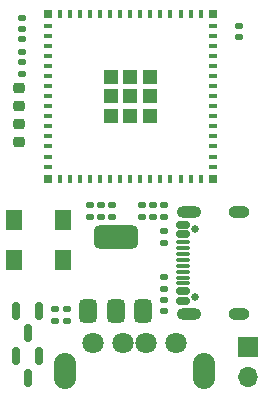
<source format=gbr>
%TF.GenerationSoftware,KiCad,Pcbnew,8.0.6*%
%TF.CreationDate,2024-12-05T18:18:12-05:00*%
%TF.ProjectId,wyt-dongle,7779742d-646f-46e6-976c-652e6b696361,rev?*%
%TF.SameCoordinates,Original*%
%TF.FileFunction,Soldermask,Top*%
%TF.FilePolarity,Negative*%
%FSLAX46Y46*%
G04 Gerber Fmt 4.6, Leading zero omitted, Abs format (unit mm)*
G04 Created by KiCad (PCBNEW 8.0.6) date 2024-12-05 18:18:12*
%MOMM*%
%LPD*%
G01*
G04 APERTURE LIST*
G04 Aperture macros list*
%AMRoundRect*
0 Rectangle with rounded corners*
0 $1 Rounding radius*
0 $2 $3 $4 $5 $6 $7 $8 $9 X,Y pos of 4 corners*
0 Add a 4 corners polygon primitive as box body*
4,1,4,$2,$3,$4,$5,$6,$7,$8,$9,$2,$3,0*
0 Add four circle primitives for the rounded corners*
1,1,$1+$1,$2,$3*
1,1,$1+$1,$4,$5*
1,1,$1+$1,$6,$7*
1,1,$1+$1,$8,$9*
0 Add four rect primitives between the rounded corners*
20,1,$1+$1,$2,$3,$4,$5,0*
20,1,$1+$1,$4,$5,$6,$7,0*
20,1,$1+$1,$6,$7,$8,$9,0*
20,1,$1+$1,$8,$9,$2,$3,0*%
G04 Aperture macros list end*
%ADD10R,1.350000X1.800000*%
%ADD11RoundRect,0.135000X-0.185000X0.135000X-0.185000X-0.135000X0.185000X-0.135000X0.185000X0.135000X0*%
%ADD12RoundRect,0.140000X-0.170000X0.140000X-0.170000X-0.140000X0.170000X-0.140000X0.170000X0.140000X0*%
%ADD13R,1.200000X1.200000*%
%ADD14R,0.800000X0.800000*%
%ADD15R,0.400000X0.800000*%
%ADD16R,0.800000X0.400000*%
%ADD17RoundRect,0.140000X0.170000X-0.140000X0.170000X0.140000X-0.170000X0.140000X-0.170000X-0.140000X0*%
%ADD18O,1.900000X3.050000*%
%ADD19C,1.800000*%
%ADD20O,1.700000X1.700000*%
%ADD21R,1.700000X1.700000*%
%ADD22RoundRect,0.135000X0.185000X-0.135000X0.185000X0.135000X-0.185000X0.135000X-0.185000X-0.135000X0*%
%ADD23RoundRect,0.218750X0.256250X-0.218750X0.256250X0.218750X-0.256250X0.218750X-0.256250X-0.218750X0*%
%ADD24RoundRect,0.150000X-0.150000X0.587500X-0.150000X-0.587500X0.150000X-0.587500X0.150000X0.587500X0*%
%ADD25RoundRect,0.375000X0.375000X-0.625000X0.375000X0.625000X-0.375000X0.625000X-0.375000X-0.625000X0*%
%ADD26RoundRect,0.500000X1.400000X-0.500000X1.400000X0.500000X-1.400000X0.500000X-1.400000X-0.500000X0*%
%ADD27O,1.800000X1.000000*%
%ADD28O,2.100000X1.000000*%
%ADD29RoundRect,0.150000X0.425000X-0.150000X0.425000X0.150000X-0.425000X0.150000X-0.425000X-0.150000X0*%
%ADD30RoundRect,0.075000X0.500000X-0.075000X0.500000X0.075000X-0.500000X0.075000X-0.500000X-0.075000X0*%
%ADD31C,0.650000*%
G04 APERTURE END LIST*
D10*
%TO.C,SW2*%
X5525000Y-18500000D03*
X1375000Y-18500000D03*
%TD*%
D11*
%TO.C,R6*%
X14050000Y-20410000D03*
X14050000Y-19390000D03*
%TD*%
%TO.C,R4*%
X4850000Y-27010000D03*
X4850000Y-25990000D03*
%TD*%
%TO.C,R3*%
X5800000Y-27010000D03*
X5800000Y-25990000D03*
%TD*%
%TO.C,R10*%
X13100000Y-18185000D03*
X13100000Y-17165000D03*
%TD*%
D12*
%TO.C,C1*%
X14050000Y-26180000D03*
X14050000Y-25220000D03*
%TD*%
D11*
%TO.C,R11*%
X14050000Y-18185000D03*
X14050000Y-17165000D03*
%TD*%
D13*
%TO.C,U2*%
X11200000Y-6350000D03*
X12850000Y-6350000D03*
X12850000Y-8000000D03*
X12850000Y-9650000D03*
X11200000Y-9650000D03*
X9550000Y-9650000D03*
X9550000Y-8000000D03*
X9550000Y-6350000D03*
D14*
X18200000Y-1000000D03*
X18200000Y-15000000D03*
X4200000Y-15000000D03*
X4200000Y-1000000D03*
D13*
X11200000Y-8000000D03*
D15*
X5250000Y-1000000D03*
X6100000Y-1000000D03*
X6950000Y-1000000D03*
X7800000Y-1000000D03*
X8650000Y-1000000D03*
X9500000Y-1000000D03*
X10350000Y-1000000D03*
X11200000Y-1000000D03*
X12050000Y-1000000D03*
X12900000Y-1000000D03*
X13750000Y-1000000D03*
X14600000Y-1000000D03*
X15450000Y-1000000D03*
X16300000Y-1000000D03*
X17150000Y-1000000D03*
D16*
X18200000Y-2050000D03*
X18200000Y-2900000D03*
X18200000Y-3750000D03*
X18200000Y-4600000D03*
X18200000Y-5450000D03*
X18200000Y-6300000D03*
X18200000Y-7150000D03*
X18200000Y-8000000D03*
X18200000Y-8850000D03*
X18200000Y-9700000D03*
X18200000Y-10550000D03*
X18200000Y-11400000D03*
X18200000Y-12250000D03*
X18200000Y-13100000D03*
X18200000Y-13950000D03*
D15*
X17150000Y-15000000D03*
X16300000Y-15000000D03*
X15450000Y-15000000D03*
X14600000Y-15000000D03*
X13750000Y-15000000D03*
X12900000Y-15000000D03*
X12050000Y-15000000D03*
X11200000Y-15000000D03*
X10350000Y-15000000D03*
X9500000Y-15000000D03*
X8650000Y-15000000D03*
X7800000Y-15000000D03*
X6950000Y-15000000D03*
X6100000Y-15000000D03*
X5250000Y-15000000D03*
D16*
X4200000Y-13950000D03*
X4200000Y-13100000D03*
X4200000Y-12250000D03*
X4200000Y-11400000D03*
X4200000Y-10550000D03*
X4200000Y-9700000D03*
X4200000Y-8850000D03*
X4200000Y-8000000D03*
X4200000Y-7150000D03*
X4200000Y-6300000D03*
X4200000Y-5450000D03*
X4200000Y-4600000D03*
X4200000Y-3750000D03*
X4200000Y-2900000D03*
X4200000Y-2050000D03*
%TD*%
D17*
%TO.C,C2*%
X7750000Y-17220000D03*
X7750000Y-18180000D03*
%TD*%
D18*
%TO.C,J3*%
X5700000Y-31300000D03*
X17400000Y-31300000D03*
D19*
X8050000Y-28900000D03*
X10550000Y-28900000D03*
X12550000Y-28900000D03*
X15050000Y-28900000D03*
%TD*%
D20*
%TO.C,J1*%
X21150000Y-31790000D03*
D21*
X21150000Y-29250000D03*
%TD*%
D22*
%TO.C,R7*%
X2000000Y-3190000D03*
X2000000Y-4210000D03*
%TD*%
D17*
%TO.C,C3*%
X20400000Y-2020000D03*
X20400000Y-2980000D03*
%TD*%
D11*
%TO.C,R8*%
X2000000Y-6110000D03*
X2000000Y-5090000D03*
%TD*%
D22*
%TO.C,R1*%
X8700000Y-17190000D03*
X8700000Y-18210000D03*
%TD*%
D23*
%TO.C,D2*%
X1750000Y-7262500D03*
X1750000Y-8837500D03*
%TD*%
D24*
%TO.C,Q2*%
X2500000Y-28037500D03*
X1550000Y-26162500D03*
X3450000Y-26162500D03*
%TD*%
D22*
%TO.C,R2*%
X9650000Y-17190000D03*
X9650000Y-18210000D03*
%TD*%
D10*
%TO.C,SW1*%
X5525000Y-21900000D03*
X1375000Y-21900000D03*
%TD*%
D25*
%TO.C,U1*%
X12250000Y-26200000D03*
D26*
X9950000Y-19900000D03*
D25*
X9950000Y-26200000D03*
X7650000Y-26200000D03*
%TD*%
D27*
%TO.C,P1*%
X20375000Y-17780000D03*
D28*
X16195000Y-17780000D03*
D27*
X20375000Y-26420000D03*
D28*
X16195000Y-26420000D03*
D29*
X15620000Y-25300000D03*
X15620000Y-24500000D03*
D30*
X15620000Y-23850000D03*
X15620000Y-22850000D03*
X15620000Y-21350000D03*
X15620000Y-20350000D03*
D29*
X15620000Y-19700000D03*
X15620000Y-18900000D03*
X15620000Y-18900000D03*
X15620000Y-19700000D03*
D30*
X15620000Y-20850000D03*
X15620000Y-21850000D03*
X15620000Y-22350000D03*
X15620000Y-23350000D03*
D29*
X15620000Y-24500000D03*
X15620000Y-25300000D03*
D31*
X16695000Y-19210000D03*
X16695000Y-24990000D03*
%TD*%
D17*
%TO.C,C4*%
X2000000Y-1370000D03*
X2000000Y-2330000D03*
%TD*%
D23*
%TO.C,D1*%
X1750000Y-10312500D03*
X1750000Y-11887500D03*
%TD*%
D11*
%TO.C,R5*%
X14050000Y-24360000D03*
X14050000Y-23340000D03*
%TD*%
%TO.C,R9*%
X12150000Y-18195000D03*
X12150000Y-17175000D03*
%TD*%
D24*
%TO.C,Q1*%
X2500000Y-31887500D03*
X1550000Y-30012500D03*
X3450000Y-30012500D03*
%TD*%
M02*

</source>
